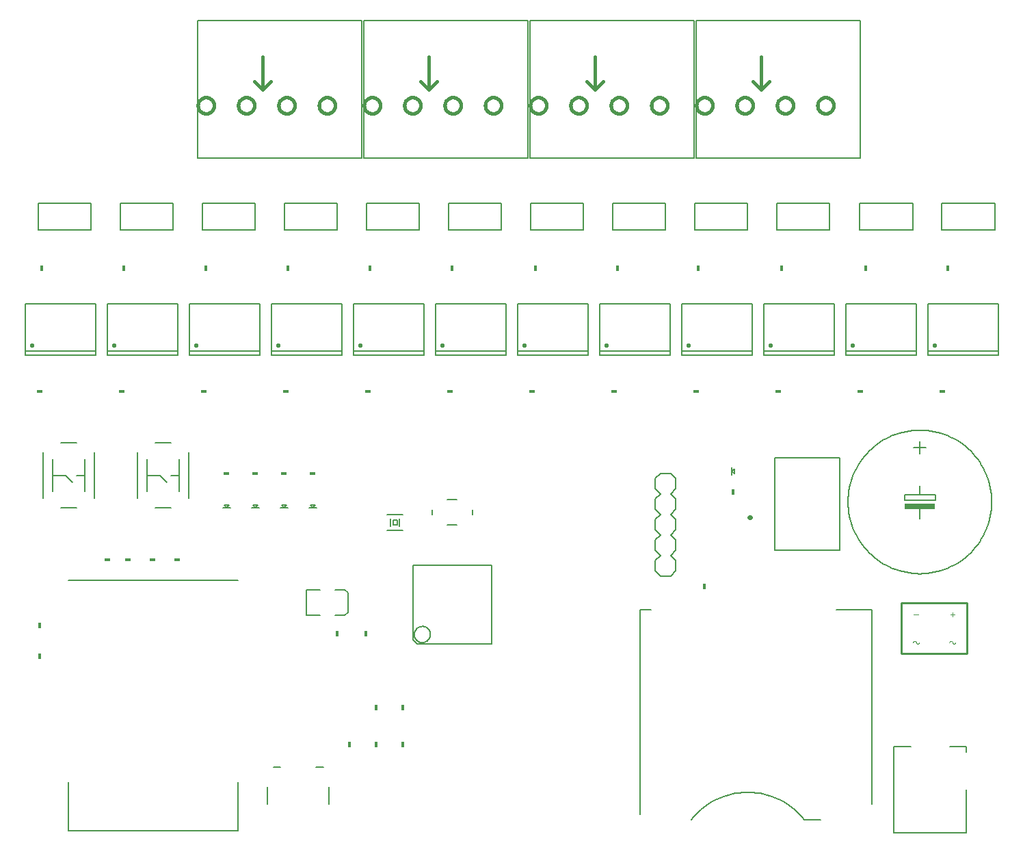
<source format=gto>
G75*
G70*
%OFA0B0*%
%FSLAX24Y24*%
%IPPOS*%
%LPD*%
%AMOC8*
5,1,8,0,0,1.08239X$1,22.5*
%
%ADD10C,0.0060*%
%ADD11C,0.0080*%
%ADD12C,0.0217*%
%ADD13R,0.0180X0.0300*%
%ADD14R,0.0300X0.0180*%
%ADD15C,0.0100*%
%ADD16C,0.0040*%
%ADD17R,0.1500X0.0250*%
%ADD18C,0.0220*%
%ADD19C,0.0050*%
%ADD20C,0.0160*%
D10*
X021606Y012998D02*
X021822Y012781D01*
X025443Y012781D01*
X025443Y016619D01*
X021606Y016619D01*
X021606Y012998D01*
X021674Y013243D02*
X021676Y013282D01*
X021682Y013321D01*
X021692Y013359D01*
X021705Y013396D01*
X021722Y013431D01*
X021742Y013465D01*
X021766Y013496D01*
X021793Y013525D01*
X021822Y013551D01*
X021854Y013574D01*
X021888Y013594D01*
X021924Y013610D01*
X021961Y013622D01*
X022000Y013631D01*
X022039Y013636D01*
X022078Y013637D01*
X022117Y013634D01*
X022156Y013627D01*
X022193Y013616D01*
X022230Y013602D01*
X022265Y013584D01*
X022298Y013563D01*
X022329Y013538D01*
X022357Y013511D01*
X022382Y013481D01*
X022404Y013448D01*
X022423Y013414D01*
X022438Y013378D01*
X022450Y013340D01*
X022458Y013302D01*
X022462Y013263D01*
X022462Y013223D01*
X022458Y013184D01*
X022450Y013146D01*
X022438Y013108D01*
X022423Y013072D01*
X022404Y013038D01*
X022382Y013005D01*
X022357Y012975D01*
X022329Y012948D01*
X022298Y012923D01*
X022265Y012902D01*
X022230Y012884D01*
X022193Y012870D01*
X022156Y012859D01*
X022117Y012852D01*
X022078Y012849D01*
X022039Y012850D01*
X022000Y012855D01*
X021961Y012864D01*
X021924Y012876D01*
X021888Y012892D01*
X021854Y012912D01*
X021822Y012935D01*
X021793Y012961D01*
X021766Y012990D01*
X021742Y013021D01*
X021722Y013055D01*
X021705Y013090D01*
X021692Y013127D01*
X021682Y013165D01*
X021676Y013204D01*
X021674Y013243D01*
X022141Y026848D02*
X018698Y026848D01*
X018698Y029352D01*
X022141Y029352D01*
X022141Y027051D01*
X018737Y027051D01*
X018141Y027051D02*
X014737Y027051D01*
X014698Y026848D02*
X014698Y029352D01*
X018141Y029352D01*
X018141Y027051D01*
X018141Y026848D01*
X014698Y026848D01*
X014141Y026848D02*
X010698Y026848D01*
X010698Y029352D01*
X014141Y029352D01*
X014141Y027051D01*
X010737Y027051D01*
X010141Y027051D02*
X006737Y027051D01*
X006698Y026848D02*
X006698Y029352D01*
X010141Y029352D01*
X010141Y027051D01*
X010141Y026848D01*
X006698Y026848D01*
X006141Y026848D02*
X002698Y026848D01*
X002698Y029352D01*
X006141Y029352D01*
X006141Y027051D01*
X002737Y027051D01*
X006141Y027051D02*
X006141Y026848D01*
X014141Y026848D02*
X014141Y027051D01*
X022141Y027051D02*
X022141Y026848D01*
X022698Y026848D02*
X022698Y029352D01*
X026141Y029352D01*
X026141Y027051D01*
X022737Y027051D01*
X022698Y026848D02*
X026141Y026848D01*
X026141Y027051D01*
X026698Y026848D02*
X026698Y029352D01*
X030141Y029352D01*
X030141Y027051D01*
X026737Y027051D01*
X026698Y026848D02*
X030141Y026848D01*
X030141Y027051D01*
X030698Y026848D02*
X030698Y029352D01*
X034141Y029352D01*
X034141Y027051D01*
X030737Y027051D01*
X030698Y026848D02*
X034141Y026848D01*
X034141Y027051D01*
X034698Y026848D02*
X034698Y029352D01*
X038141Y029352D01*
X038141Y027051D01*
X034737Y027051D01*
X034698Y026848D02*
X038141Y026848D01*
X038141Y027051D01*
X038698Y026848D02*
X038698Y029352D01*
X042141Y029352D01*
X042141Y027051D01*
X038737Y027051D01*
X038698Y026848D02*
X042141Y026848D01*
X042141Y027051D01*
X042698Y026848D02*
X042698Y029352D01*
X046141Y029352D01*
X046141Y027051D01*
X042737Y027051D01*
X042698Y026848D02*
X046141Y026848D01*
X046141Y027051D01*
X046698Y026848D02*
X046698Y029352D01*
X050141Y029352D01*
X050141Y027051D01*
X046737Y027051D01*
X046698Y026848D02*
X050141Y026848D01*
X050141Y027051D01*
X046324Y022650D02*
X046324Y022050D01*
X046024Y022350D02*
X046624Y022350D01*
X046324Y020500D02*
X046324Y020050D01*
X045574Y020050D01*
X045574Y019800D01*
X047074Y019800D01*
X047074Y020050D01*
X046324Y020050D01*
X042824Y019700D02*
X042828Y019872D01*
X042841Y020043D01*
X042862Y020214D01*
X042891Y020383D01*
X042929Y020550D01*
X042975Y020716D01*
X043029Y020879D01*
X043090Y021039D01*
X043160Y021196D01*
X043237Y021350D01*
X043322Y021499D01*
X043414Y021644D01*
X043513Y021785D01*
X043618Y021920D01*
X043731Y022050D01*
X043849Y022175D01*
X043974Y022293D01*
X044104Y022406D01*
X044239Y022511D01*
X044380Y022610D01*
X044525Y022702D01*
X044674Y022787D01*
X044828Y022864D01*
X044985Y022934D01*
X045145Y022995D01*
X045308Y023049D01*
X045474Y023095D01*
X045641Y023133D01*
X045810Y023162D01*
X045981Y023183D01*
X046152Y023196D01*
X046324Y023200D01*
X046496Y023196D01*
X046667Y023183D01*
X046838Y023162D01*
X047007Y023133D01*
X047174Y023095D01*
X047340Y023049D01*
X047503Y022995D01*
X047663Y022934D01*
X047820Y022864D01*
X047974Y022787D01*
X048123Y022702D01*
X048268Y022610D01*
X048409Y022511D01*
X048544Y022406D01*
X048674Y022293D01*
X048799Y022175D01*
X048917Y022050D01*
X049030Y021920D01*
X049135Y021785D01*
X049234Y021644D01*
X049326Y021499D01*
X049411Y021350D01*
X049488Y021196D01*
X049558Y021039D01*
X049619Y020879D01*
X049673Y020716D01*
X049719Y020550D01*
X049757Y020383D01*
X049786Y020214D01*
X049807Y020043D01*
X049820Y019872D01*
X049824Y019700D01*
X049820Y019528D01*
X049807Y019357D01*
X049786Y019186D01*
X049757Y019017D01*
X049719Y018850D01*
X049673Y018684D01*
X049619Y018521D01*
X049558Y018361D01*
X049488Y018204D01*
X049411Y018050D01*
X049326Y017901D01*
X049234Y017756D01*
X049135Y017615D01*
X049030Y017480D01*
X048917Y017350D01*
X048799Y017225D01*
X048674Y017107D01*
X048544Y016994D01*
X048409Y016889D01*
X048268Y016790D01*
X048123Y016698D01*
X047974Y016613D01*
X047820Y016536D01*
X047663Y016466D01*
X047503Y016405D01*
X047340Y016351D01*
X047174Y016305D01*
X047007Y016267D01*
X046838Y016238D01*
X046667Y016217D01*
X046496Y016204D01*
X046324Y016200D01*
X046152Y016204D01*
X045981Y016217D01*
X045810Y016238D01*
X045641Y016267D01*
X045474Y016305D01*
X045308Y016351D01*
X045145Y016405D01*
X044985Y016466D01*
X044828Y016536D01*
X044674Y016613D01*
X044525Y016698D01*
X044380Y016790D01*
X044239Y016889D01*
X044104Y016994D01*
X043974Y017107D01*
X043849Y017225D01*
X043731Y017350D01*
X043618Y017480D01*
X043513Y017615D01*
X043414Y017756D01*
X043322Y017901D01*
X043237Y018050D01*
X043160Y018204D01*
X043090Y018361D01*
X043029Y018521D01*
X042975Y018684D01*
X042929Y018850D01*
X042891Y019017D01*
X042862Y019186D01*
X042841Y019357D01*
X042828Y019528D01*
X042824Y019700D01*
X046324Y019450D02*
X046324Y018900D01*
D11*
X004824Y006057D02*
X004824Y003695D01*
X013092Y003695D01*
X013092Y006057D01*
X014528Y005815D02*
X014528Y004988D01*
X014804Y006799D02*
X015158Y006799D01*
X016891Y006799D02*
X017245Y006799D01*
X017520Y005815D02*
X017520Y004988D01*
X017070Y014170D02*
X016401Y014170D01*
X016401Y015410D01*
X017070Y015410D01*
X017818Y015410D02*
X018291Y015410D01*
X018448Y015292D01*
X018448Y014328D01*
X018291Y014190D01*
X017818Y014190D01*
X013092Y015900D02*
X004824Y015900D01*
X012343Y019433D02*
X012524Y019433D01*
X012402Y019555D01*
X012650Y019555D01*
X012524Y019429D01*
X012524Y019433D02*
X012706Y019433D01*
X013743Y019433D02*
X013924Y019433D01*
X013802Y019555D01*
X014050Y019555D01*
X013924Y019429D01*
X013924Y019433D02*
X014106Y019433D01*
X015143Y019433D02*
X015324Y019433D01*
X015202Y019555D01*
X015450Y019555D01*
X015324Y019429D01*
X015324Y019433D02*
X015506Y019433D01*
X016543Y019433D02*
X016724Y019433D01*
X016602Y019555D01*
X016850Y019555D01*
X016724Y019429D01*
X016724Y019433D02*
X016906Y019433D01*
X022540Y019318D02*
X022540Y019082D01*
X023288Y018570D02*
X023761Y018570D01*
X024509Y019082D02*
X024509Y019318D01*
X023761Y019830D02*
X023288Y019830D01*
X033424Y019850D02*
X033424Y019350D01*
X033674Y019100D01*
X033424Y018850D01*
X033424Y018350D01*
X033674Y018100D01*
X033424Y017850D01*
X033424Y017350D01*
X033674Y017100D01*
X033424Y016850D01*
X033424Y016350D01*
X033674Y016100D01*
X034174Y016100D01*
X034424Y016350D01*
X034424Y016850D01*
X034174Y017100D01*
X034424Y017350D01*
X034424Y017850D01*
X034174Y018100D01*
X034424Y018350D01*
X034424Y018850D01*
X034174Y019100D01*
X034424Y019350D01*
X034424Y019850D01*
X034174Y020100D01*
X034424Y020350D01*
X034424Y020850D01*
X034174Y021100D01*
X033674Y021100D01*
X033424Y020850D01*
X033424Y020350D01*
X033674Y020100D01*
X033424Y019850D01*
X037157Y021019D02*
X037157Y021200D01*
X037280Y021322D01*
X037280Y021074D01*
X037154Y021200D01*
X037157Y021200D02*
X037157Y021381D01*
X039256Y021844D02*
X042406Y021844D01*
X042406Y017356D01*
X039256Y017356D01*
X039256Y021844D01*
X039334Y032950D02*
X039334Y034250D01*
X041914Y034250D01*
X041914Y032950D01*
X039334Y032950D01*
X037914Y032950D02*
X037914Y034250D01*
X035334Y034250D01*
X035334Y032950D01*
X037914Y032950D01*
X033914Y032950D02*
X031334Y032950D01*
X031334Y034250D01*
X033914Y034250D01*
X033914Y032950D01*
X029914Y032950D02*
X027334Y032950D01*
X027334Y034250D01*
X029914Y034250D01*
X029914Y032950D01*
X025914Y032950D02*
X023334Y032950D01*
X023334Y034250D01*
X025914Y034250D01*
X025914Y032950D01*
X021914Y032950D02*
X019334Y032950D01*
X019334Y034250D01*
X021914Y034250D01*
X021914Y032950D01*
X017914Y032950D02*
X015334Y032950D01*
X015334Y034250D01*
X017914Y034250D01*
X017914Y032950D01*
X013914Y032950D02*
X011334Y032950D01*
X011334Y034250D01*
X013914Y034250D01*
X013914Y032950D01*
X009914Y032950D02*
X007334Y032950D01*
X007334Y034250D01*
X009914Y034250D01*
X009914Y032950D01*
X005914Y032950D02*
X003334Y032950D01*
X003334Y034250D01*
X005914Y034250D01*
X005914Y032950D01*
X043384Y032950D02*
X043384Y034250D01*
X045964Y034250D01*
X045964Y032950D01*
X043384Y032950D01*
X047384Y032950D02*
X047384Y034250D01*
X049964Y034250D01*
X049964Y032950D01*
X047384Y032950D01*
X047769Y007794D02*
X048596Y007794D01*
X048596Y007518D01*
X048596Y005668D02*
X048596Y003581D01*
X045053Y003581D01*
X045053Y007794D01*
X045880Y007794D01*
D12*
X047046Y027313D03*
X043046Y027313D03*
X039046Y027313D03*
X035046Y027313D03*
X031046Y027313D03*
X027046Y027313D03*
X023046Y027313D03*
X019046Y027313D03*
X015046Y027313D03*
X011046Y027313D03*
X007046Y027313D03*
X003046Y027313D03*
D13*
X003524Y031100D03*
X007524Y031100D03*
X011524Y031100D03*
X015524Y031100D03*
X019524Y031100D03*
X023524Y031100D03*
X027574Y031100D03*
X031574Y031100D03*
X035524Y031100D03*
X039574Y031100D03*
X043674Y031100D03*
X047674Y031100D03*
X037224Y020200D03*
X035824Y015600D03*
X021124Y009700D03*
X019824Y009700D03*
X019824Y007900D03*
X018524Y007900D03*
X021124Y007900D03*
X019324Y013300D03*
X017924Y013300D03*
X003424Y013700D03*
X003424Y012200D03*
D14*
X006724Y016900D03*
X007724Y016900D03*
X008924Y016900D03*
X010124Y016900D03*
X012524Y021100D03*
X013924Y021100D03*
X015324Y021100D03*
X016724Y021100D03*
X015424Y025100D03*
X011424Y025100D03*
X007424Y025100D03*
X003424Y025100D03*
X019424Y025100D03*
X023424Y025100D03*
X027424Y025100D03*
X031424Y025100D03*
X035424Y025100D03*
X039424Y025100D03*
X043424Y025100D03*
X047424Y025100D03*
D15*
X048619Y014770D02*
X045430Y014770D01*
X045430Y012330D01*
X048619Y012330D01*
X048619Y014770D01*
D16*
X047920Y014308D02*
X047920Y014101D01*
X048028Y014209D02*
X047812Y014209D01*
X047762Y012861D02*
X047765Y012877D01*
X047771Y012891D01*
X047780Y012904D01*
X047792Y012915D01*
X047805Y012923D01*
X047820Y012928D01*
X047836Y012930D01*
X047852Y012928D01*
X047867Y012923D01*
X047880Y012915D01*
X047892Y012904D01*
X047901Y012891D01*
X047907Y012877D01*
X047910Y012861D01*
X047913Y012845D01*
X047919Y012831D01*
X047928Y012818D01*
X047940Y012807D01*
X047953Y012799D01*
X047968Y012794D01*
X047984Y012792D01*
X048000Y012794D01*
X048015Y012799D01*
X048028Y012807D01*
X048040Y012818D01*
X048049Y012831D01*
X048055Y012845D01*
X048058Y012861D01*
X046286Y012861D02*
X046283Y012845D01*
X046277Y012831D01*
X046268Y012818D01*
X046256Y012807D01*
X046243Y012799D01*
X046228Y012794D01*
X046212Y012792D01*
X046196Y012794D01*
X046181Y012799D01*
X046168Y012807D01*
X046156Y012818D01*
X046147Y012831D01*
X046141Y012845D01*
X046138Y012861D01*
X046139Y012861D02*
X046136Y012877D01*
X046130Y012891D01*
X046121Y012904D01*
X046109Y012915D01*
X046096Y012923D01*
X046081Y012928D01*
X046065Y012930D01*
X046049Y012928D01*
X046034Y012923D01*
X046021Y012915D01*
X046009Y012904D01*
X046000Y012891D01*
X045994Y012877D01*
X045991Y012861D01*
X046024Y014209D02*
X046241Y014209D01*
D17*
X046324Y019475D03*
D18*
X038036Y018950D02*
X038012Y018950D01*
D19*
X042261Y014455D02*
X043980Y014455D01*
X043980Y014416D02*
X043980Y004969D01*
X041474Y004219D02*
X040687Y004219D01*
X040578Y004352D01*
X040462Y004478D01*
X040341Y004599D01*
X040214Y004714D01*
X040081Y004822D01*
X039943Y004924D01*
X039800Y005019D01*
X039653Y005107D01*
X039502Y005187D01*
X039347Y005260D01*
X039188Y005326D01*
X039027Y005383D01*
X038863Y005433D01*
X038696Y005474D01*
X038528Y005508D01*
X038359Y005533D01*
X038188Y005550D01*
X038017Y005558D01*
X037845Y005558D01*
X037674Y005550D01*
X037503Y005533D01*
X037334Y005508D01*
X037166Y005474D01*
X036999Y005433D01*
X036835Y005383D01*
X036674Y005326D01*
X036515Y005260D01*
X036360Y005187D01*
X036209Y005107D01*
X036062Y005019D01*
X035919Y004924D01*
X035781Y004822D01*
X035648Y004714D01*
X035521Y004599D01*
X035400Y004478D01*
X035284Y004352D01*
X035175Y004219D01*
X032669Y004469D02*
X032669Y014416D01*
X032669Y014455D02*
X033206Y014455D01*
X021118Y018306D02*
X020331Y018306D01*
X020528Y018503D02*
X020528Y018897D01*
X020646Y018818D02*
X020843Y018818D01*
X020843Y018582D01*
X020646Y018582D01*
X020646Y018818D01*
X020961Y018897D02*
X020961Y018503D01*
X021118Y019094D02*
X020331Y019094D01*
X010665Y019898D02*
X010665Y022102D01*
X010212Y021787D02*
X010212Y020213D01*
X009621Y020646D02*
X009267Y021000D01*
X008637Y021000D01*
X008637Y020213D01*
X008184Y019898D02*
X008184Y022102D01*
X008637Y021787D02*
X008637Y021000D01*
X009818Y021000D02*
X010212Y021000D01*
X009818Y019425D02*
X009031Y019425D01*
X006065Y019898D02*
X006065Y022102D01*
X005612Y021787D02*
X005612Y020213D01*
X005021Y020646D02*
X004667Y021000D01*
X004037Y021000D01*
X004037Y020213D01*
X003584Y019898D02*
X003584Y022102D01*
X004037Y021787D02*
X004037Y021000D01*
X005218Y021000D02*
X005612Y021000D01*
X005218Y019425D02*
X004431Y019425D01*
X004431Y022575D02*
X005218Y022575D01*
X009031Y022575D02*
X009818Y022575D01*
X011124Y036461D02*
X011124Y043139D01*
X019124Y043139D01*
X019124Y036461D01*
X011124Y036461D01*
X019224Y036461D02*
X019224Y043139D01*
X027224Y043139D01*
X027224Y036461D01*
X019224Y036461D01*
X027324Y036461D02*
X027324Y043139D01*
X035324Y043139D01*
X035324Y036461D01*
X027324Y036461D01*
X035424Y036461D02*
X035424Y043139D01*
X043424Y043139D01*
X043424Y036461D01*
X035424Y036461D01*
D20*
X035424Y039013D02*
X035426Y039052D01*
X035432Y039091D01*
X035442Y039129D01*
X035455Y039166D01*
X035472Y039201D01*
X035492Y039235D01*
X035516Y039266D01*
X035543Y039295D01*
X035572Y039321D01*
X035604Y039344D01*
X035638Y039364D01*
X035674Y039380D01*
X035711Y039392D01*
X035750Y039401D01*
X035789Y039406D01*
X035828Y039407D01*
X035867Y039404D01*
X035906Y039397D01*
X035943Y039386D01*
X035980Y039372D01*
X036015Y039354D01*
X036048Y039333D01*
X036079Y039308D01*
X036107Y039281D01*
X036132Y039251D01*
X036154Y039218D01*
X036173Y039184D01*
X036188Y039148D01*
X036200Y039110D01*
X036208Y039072D01*
X036212Y039033D01*
X036212Y038993D01*
X036208Y038954D01*
X036200Y038916D01*
X036188Y038878D01*
X036173Y038842D01*
X036154Y038808D01*
X036132Y038775D01*
X036107Y038745D01*
X036079Y038718D01*
X036048Y038693D01*
X036015Y038672D01*
X035980Y038654D01*
X035943Y038640D01*
X035906Y038629D01*
X035867Y038622D01*
X035828Y038619D01*
X035789Y038620D01*
X035750Y038625D01*
X035711Y038634D01*
X035674Y038646D01*
X035638Y038662D01*
X035604Y038682D01*
X035572Y038705D01*
X035543Y038731D01*
X035516Y038760D01*
X035492Y038791D01*
X035472Y038825D01*
X035455Y038860D01*
X035442Y038897D01*
X035432Y038935D01*
X035426Y038974D01*
X035424Y039013D01*
X033230Y039013D02*
X033232Y039052D01*
X033238Y039091D01*
X033248Y039129D01*
X033261Y039166D01*
X033278Y039201D01*
X033298Y039235D01*
X033322Y039266D01*
X033349Y039295D01*
X033378Y039321D01*
X033410Y039344D01*
X033444Y039364D01*
X033480Y039380D01*
X033517Y039392D01*
X033556Y039401D01*
X033595Y039406D01*
X033634Y039407D01*
X033673Y039404D01*
X033712Y039397D01*
X033749Y039386D01*
X033786Y039372D01*
X033821Y039354D01*
X033854Y039333D01*
X033885Y039308D01*
X033913Y039281D01*
X033938Y039251D01*
X033960Y039218D01*
X033979Y039184D01*
X033994Y039148D01*
X034006Y039110D01*
X034014Y039072D01*
X034018Y039033D01*
X034018Y038993D01*
X034014Y038954D01*
X034006Y038916D01*
X033994Y038878D01*
X033979Y038842D01*
X033960Y038808D01*
X033938Y038775D01*
X033913Y038745D01*
X033885Y038718D01*
X033854Y038693D01*
X033821Y038672D01*
X033786Y038654D01*
X033749Y038640D01*
X033712Y038629D01*
X033673Y038622D01*
X033634Y038619D01*
X033595Y038620D01*
X033556Y038625D01*
X033517Y038634D01*
X033480Y038646D01*
X033444Y038662D01*
X033410Y038682D01*
X033378Y038705D01*
X033349Y038731D01*
X033322Y038760D01*
X033298Y038791D01*
X033278Y038825D01*
X033261Y038860D01*
X033248Y038897D01*
X033238Y038935D01*
X033232Y038974D01*
X033230Y039013D01*
X031261Y039013D02*
X031263Y039052D01*
X031269Y039091D01*
X031279Y039129D01*
X031292Y039166D01*
X031309Y039201D01*
X031329Y039235D01*
X031353Y039266D01*
X031380Y039295D01*
X031409Y039321D01*
X031441Y039344D01*
X031475Y039364D01*
X031511Y039380D01*
X031548Y039392D01*
X031587Y039401D01*
X031626Y039406D01*
X031665Y039407D01*
X031704Y039404D01*
X031743Y039397D01*
X031780Y039386D01*
X031817Y039372D01*
X031852Y039354D01*
X031885Y039333D01*
X031916Y039308D01*
X031944Y039281D01*
X031969Y039251D01*
X031991Y039218D01*
X032010Y039184D01*
X032025Y039148D01*
X032037Y039110D01*
X032045Y039072D01*
X032049Y039033D01*
X032049Y038993D01*
X032045Y038954D01*
X032037Y038916D01*
X032025Y038878D01*
X032010Y038842D01*
X031991Y038808D01*
X031969Y038775D01*
X031944Y038745D01*
X031916Y038718D01*
X031885Y038693D01*
X031852Y038672D01*
X031817Y038654D01*
X031780Y038640D01*
X031743Y038629D01*
X031704Y038622D01*
X031665Y038619D01*
X031626Y038620D01*
X031587Y038625D01*
X031548Y038634D01*
X031511Y038646D01*
X031475Y038662D01*
X031441Y038682D01*
X031409Y038705D01*
X031380Y038731D01*
X031353Y038760D01*
X031329Y038791D01*
X031309Y038825D01*
X031292Y038860D01*
X031279Y038897D01*
X031269Y038935D01*
X031263Y038974D01*
X031261Y039013D01*
X030474Y039800D02*
X030868Y040194D01*
X030474Y039800D02*
X030080Y040194D01*
X030474Y039800D02*
X030474Y041375D01*
X029293Y039013D02*
X029295Y039052D01*
X029301Y039091D01*
X029311Y039129D01*
X029324Y039166D01*
X029341Y039201D01*
X029361Y039235D01*
X029385Y039266D01*
X029412Y039295D01*
X029441Y039321D01*
X029473Y039344D01*
X029507Y039364D01*
X029543Y039380D01*
X029580Y039392D01*
X029619Y039401D01*
X029658Y039406D01*
X029697Y039407D01*
X029736Y039404D01*
X029775Y039397D01*
X029812Y039386D01*
X029849Y039372D01*
X029884Y039354D01*
X029917Y039333D01*
X029948Y039308D01*
X029976Y039281D01*
X030001Y039251D01*
X030023Y039218D01*
X030042Y039184D01*
X030057Y039148D01*
X030069Y039110D01*
X030077Y039072D01*
X030081Y039033D01*
X030081Y038993D01*
X030077Y038954D01*
X030069Y038916D01*
X030057Y038878D01*
X030042Y038842D01*
X030023Y038808D01*
X030001Y038775D01*
X029976Y038745D01*
X029948Y038718D01*
X029917Y038693D01*
X029884Y038672D01*
X029849Y038654D01*
X029812Y038640D01*
X029775Y038629D01*
X029736Y038622D01*
X029697Y038619D01*
X029658Y038620D01*
X029619Y038625D01*
X029580Y038634D01*
X029543Y038646D01*
X029507Y038662D01*
X029473Y038682D01*
X029441Y038705D01*
X029412Y038731D01*
X029385Y038760D01*
X029361Y038791D01*
X029341Y038825D01*
X029324Y038860D01*
X029311Y038897D01*
X029301Y038935D01*
X029295Y038974D01*
X029293Y039013D01*
X027324Y039013D02*
X027326Y039052D01*
X027332Y039091D01*
X027342Y039129D01*
X027355Y039166D01*
X027372Y039201D01*
X027392Y039235D01*
X027416Y039266D01*
X027443Y039295D01*
X027472Y039321D01*
X027504Y039344D01*
X027538Y039364D01*
X027574Y039380D01*
X027611Y039392D01*
X027650Y039401D01*
X027689Y039406D01*
X027728Y039407D01*
X027767Y039404D01*
X027806Y039397D01*
X027843Y039386D01*
X027880Y039372D01*
X027915Y039354D01*
X027948Y039333D01*
X027979Y039308D01*
X028007Y039281D01*
X028032Y039251D01*
X028054Y039218D01*
X028073Y039184D01*
X028088Y039148D01*
X028100Y039110D01*
X028108Y039072D01*
X028112Y039033D01*
X028112Y038993D01*
X028108Y038954D01*
X028100Y038916D01*
X028088Y038878D01*
X028073Y038842D01*
X028054Y038808D01*
X028032Y038775D01*
X028007Y038745D01*
X027979Y038718D01*
X027948Y038693D01*
X027915Y038672D01*
X027880Y038654D01*
X027843Y038640D01*
X027806Y038629D01*
X027767Y038622D01*
X027728Y038619D01*
X027689Y038620D01*
X027650Y038625D01*
X027611Y038634D01*
X027574Y038646D01*
X027538Y038662D01*
X027504Y038682D01*
X027472Y038705D01*
X027443Y038731D01*
X027416Y038760D01*
X027392Y038791D01*
X027372Y038825D01*
X027355Y038860D01*
X027342Y038897D01*
X027332Y038935D01*
X027326Y038974D01*
X027324Y039013D01*
X025130Y039013D02*
X025132Y039052D01*
X025138Y039091D01*
X025148Y039129D01*
X025161Y039166D01*
X025178Y039201D01*
X025198Y039235D01*
X025222Y039266D01*
X025249Y039295D01*
X025278Y039321D01*
X025310Y039344D01*
X025344Y039364D01*
X025380Y039380D01*
X025417Y039392D01*
X025456Y039401D01*
X025495Y039406D01*
X025534Y039407D01*
X025573Y039404D01*
X025612Y039397D01*
X025649Y039386D01*
X025686Y039372D01*
X025721Y039354D01*
X025754Y039333D01*
X025785Y039308D01*
X025813Y039281D01*
X025838Y039251D01*
X025860Y039218D01*
X025879Y039184D01*
X025894Y039148D01*
X025906Y039110D01*
X025914Y039072D01*
X025918Y039033D01*
X025918Y038993D01*
X025914Y038954D01*
X025906Y038916D01*
X025894Y038878D01*
X025879Y038842D01*
X025860Y038808D01*
X025838Y038775D01*
X025813Y038745D01*
X025785Y038718D01*
X025754Y038693D01*
X025721Y038672D01*
X025686Y038654D01*
X025649Y038640D01*
X025612Y038629D01*
X025573Y038622D01*
X025534Y038619D01*
X025495Y038620D01*
X025456Y038625D01*
X025417Y038634D01*
X025380Y038646D01*
X025344Y038662D01*
X025310Y038682D01*
X025278Y038705D01*
X025249Y038731D01*
X025222Y038760D01*
X025198Y038791D01*
X025178Y038825D01*
X025161Y038860D01*
X025148Y038897D01*
X025138Y038935D01*
X025132Y038974D01*
X025130Y039013D01*
X023161Y039013D02*
X023163Y039052D01*
X023169Y039091D01*
X023179Y039129D01*
X023192Y039166D01*
X023209Y039201D01*
X023229Y039235D01*
X023253Y039266D01*
X023280Y039295D01*
X023309Y039321D01*
X023341Y039344D01*
X023375Y039364D01*
X023411Y039380D01*
X023448Y039392D01*
X023487Y039401D01*
X023526Y039406D01*
X023565Y039407D01*
X023604Y039404D01*
X023643Y039397D01*
X023680Y039386D01*
X023717Y039372D01*
X023752Y039354D01*
X023785Y039333D01*
X023816Y039308D01*
X023844Y039281D01*
X023869Y039251D01*
X023891Y039218D01*
X023910Y039184D01*
X023925Y039148D01*
X023937Y039110D01*
X023945Y039072D01*
X023949Y039033D01*
X023949Y038993D01*
X023945Y038954D01*
X023937Y038916D01*
X023925Y038878D01*
X023910Y038842D01*
X023891Y038808D01*
X023869Y038775D01*
X023844Y038745D01*
X023816Y038718D01*
X023785Y038693D01*
X023752Y038672D01*
X023717Y038654D01*
X023680Y038640D01*
X023643Y038629D01*
X023604Y038622D01*
X023565Y038619D01*
X023526Y038620D01*
X023487Y038625D01*
X023448Y038634D01*
X023411Y038646D01*
X023375Y038662D01*
X023341Y038682D01*
X023309Y038705D01*
X023280Y038731D01*
X023253Y038760D01*
X023229Y038791D01*
X023209Y038825D01*
X023192Y038860D01*
X023179Y038897D01*
X023169Y038935D01*
X023163Y038974D01*
X023161Y039013D01*
X022374Y039800D02*
X022768Y040194D01*
X022374Y039800D02*
X021980Y040194D01*
X022374Y039800D02*
X022374Y041375D01*
X021193Y039013D02*
X021195Y039052D01*
X021201Y039091D01*
X021211Y039129D01*
X021224Y039166D01*
X021241Y039201D01*
X021261Y039235D01*
X021285Y039266D01*
X021312Y039295D01*
X021341Y039321D01*
X021373Y039344D01*
X021407Y039364D01*
X021443Y039380D01*
X021480Y039392D01*
X021519Y039401D01*
X021558Y039406D01*
X021597Y039407D01*
X021636Y039404D01*
X021675Y039397D01*
X021712Y039386D01*
X021749Y039372D01*
X021784Y039354D01*
X021817Y039333D01*
X021848Y039308D01*
X021876Y039281D01*
X021901Y039251D01*
X021923Y039218D01*
X021942Y039184D01*
X021957Y039148D01*
X021969Y039110D01*
X021977Y039072D01*
X021981Y039033D01*
X021981Y038993D01*
X021977Y038954D01*
X021969Y038916D01*
X021957Y038878D01*
X021942Y038842D01*
X021923Y038808D01*
X021901Y038775D01*
X021876Y038745D01*
X021848Y038718D01*
X021817Y038693D01*
X021784Y038672D01*
X021749Y038654D01*
X021712Y038640D01*
X021675Y038629D01*
X021636Y038622D01*
X021597Y038619D01*
X021558Y038620D01*
X021519Y038625D01*
X021480Y038634D01*
X021443Y038646D01*
X021407Y038662D01*
X021373Y038682D01*
X021341Y038705D01*
X021312Y038731D01*
X021285Y038760D01*
X021261Y038791D01*
X021241Y038825D01*
X021224Y038860D01*
X021211Y038897D01*
X021201Y038935D01*
X021195Y038974D01*
X021193Y039013D01*
X019224Y039013D02*
X019226Y039052D01*
X019232Y039091D01*
X019242Y039129D01*
X019255Y039166D01*
X019272Y039201D01*
X019292Y039235D01*
X019316Y039266D01*
X019343Y039295D01*
X019372Y039321D01*
X019404Y039344D01*
X019438Y039364D01*
X019474Y039380D01*
X019511Y039392D01*
X019550Y039401D01*
X019589Y039406D01*
X019628Y039407D01*
X019667Y039404D01*
X019706Y039397D01*
X019743Y039386D01*
X019780Y039372D01*
X019815Y039354D01*
X019848Y039333D01*
X019879Y039308D01*
X019907Y039281D01*
X019932Y039251D01*
X019954Y039218D01*
X019973Y039184D01*
X019988Y039148D01*
X020000Y039110D01*
X020008Y039072D01*
X020012Y039033D01*
X020012Y038993D01*
X020008Y038954D01*
X020000Y038916D01*
X019988Y038878D01*
X019973Y038842D01*
X019954Y038808D01*
X019932Y038775D01*
X019907Y038745D01*
X019879Y038718D01*
X019848Y038693D01*
X019815Y038672D01*
X019780Y038654D01*
X019743Y038640D01*
X019706Y038629D01*
X019667Y038622D01*
X019628Y038619D01*
X019589Y038620D01*
X019550Y038625D01*
X019511Y038634D01*
X019474Y038646D01*
X019438Y038662D01*
X019404Y038682D01*
X019372Y038705D01*
X019343Y038731D01*
X019316Y038760D01*
X019292Y038791D01*
X019272Y038825D01*
X019255Y038860D01*
X019242Y038897D01*
X019232Y038935D01*
X019226Y038974D01*
X019224Y039013D01*
X017030Y039013D02*
X017032Y039052D01*
X017038Y039091D01*
X017048Y039129D01*
X017061Y039166D01*
X017078Y039201D01*
X017098Y039235D01*
X017122Y039266D01*
X017149Y039295D01*
X017178Y039321D01*
X017210Y039344D01*
X017244Y039364D01*
X017280Y039380D01*
X017317Y039392D01*
X017356Y039401D01*
X017395Y039406D01*
X017434Y039407D01*
X017473Y039404D01*
X017512Y039397D01*
X017549Y039386D01*
X017586Y039372D01*
X017621Y039354D01*
X017654Y039333D01*
X017685Y039308D01*
X017713Y039281D01*
X017738Y039251D01*
X017760Y039218D01*
X017779Y039184D01*
X017794Y039148D01*
X017806Y039110D01*
X017814Y039072D01*
X017818Y039033D01*
X017818Y038993D01*
X017814Y038954D01*
X017806Y038916D01*
X017794Y038878D01*
X017779Y038842D01*
X017760Y038808D01*
X017738Y038775D01*
X017713Y038745D01*
X017685Y038718D01*
X017654Y038693D01*
X017621Y038672D01*
X017586Y038654D01*
X017549Y038640D01*
X017512Y038629D01*
X017473Y038622D01*
X017434Y038619D01*
X017395Y038620D01*
X017356Y038625D01*
X017317Y038634D01*
X017280Y038646D01*
X017244Y038662D01*
X017210Y038682D01*
X017178Y038705D01*
X017149Y038731D01*
X017122Y038760D01*
X017098Y038791D01*
X017078Y038825D01*
X017061Y038860D01*
X017048Y038897D01*
X017038Y038935D01*
X017032Y038974D01*
X017030Y039013D01*
X015061Y039013D02*
X015063Y039052D01*
X015069Y039091D01*
X015079Y039129D01*
X015092Y039166D01*
X015109Y039201D01*
X015129Y039235D01*
X015153Y039266D01*
X015180Y039295D01*
X015209Y039321D01*
X015241Y039344D01*
X015275Y039364D01*
X015311Y039380D01*
X015348Y039392D01*
X015387Y039401D01*
X015426Y039406D01*
X015465Y039407D01*
X015504Y039404D01*
X015543Y039397D01*
X015580Y039386D01*
X015617Y039372D01*
X015652Y039354D01*
X015685Y039333D01*
X015716Y039308D01*
X015744Y039281D01*
X015769Y039251D01*
X015791Y039218D01*
X015810Y039184D01*
X015825Y039148D01*
X015837Y039110D01*
X015845Y039072D01*
X015849Y039033D01*
X015849Y038993D01*
X015845Y038954D01*
X015837Y038916D01*
X015825Y038878D01*
X015810Y038842D01*
X015791Y038808D01*
X015769Y038775D01*
X015744Y038745D01*
X015716Y038718D01*
X015685Y038693D01*
X015652Y038672D01*
X015617Y038654D01*
X015580Y038640D01*
X015543Y038629D01*
X015504Y038622D01*
X015465Y038619D01*
X015426Y038620D01*
X015387Y038625D01*
X015348Y038634D01*
X015311Y038646D01*
X015275Y038662D01*
X015241Y038682D01*
X015209Y038705D01*
X015180Y038731D01*
X015153Y038760D01*
X015129Y038791D01*
X015109Y038825D01*
X015092Y038860D01*
X015079Y038897D01*
X015069Y038935D01*
X015063Y038974D01*
X015061Y039013D01*
X014274Y039800D02*
X014668Y040194D01*
X014274Y039800D02*
X013880Y040194D01*
X014274Y039800D02*
X014274Y041375D01*
X013093Y039013D02*
X013095Y039052D01*
X013101Y039091D01*
X013111Y039129D01*
X013124Y039166D01*
X013141Y039201D01*
X013161Y039235D01*
X013185Y039266D01*
X013212Y039295D01*
X013241Y039321D01*
X013273Y039344D01*
X013307Y039364D01*
X013343Y039380D01*
X013380Y039392D01*
X013419Y039401D01*
X013458Y039406D01*
X013497Y039407D01*
X013536Y039404D01*
X013575Y039397D01*
X013612Y039386D01*
X013649Y039372D01*
X013684Y039354D01*
X013717Y039333D01*
X013748Y039308D01*
X013776Y039281D01*
X013801Y039251D01*
X013823Y039218D01*
X013842Y039184D01*
X013857Y039148D01*
X013869Y039110D01*
X013877Y039072D01*
X013881Y039033D01*
X013881Y038993D01*
X013877Y038954D01*
X013869Y038916D01*
X013857Y038878D01*
X013842Y038842D01*
X013823Y038808D01*
X013801Y038775D01*
X013776Y038745D01*
X013748Y038718D01*
X013717Y038693D01*
X013684Y038672D01*
X013649Y038654D01*
X013612Y038640D01*
X013575Y038629D01*
X013536Y038622D01*
X013497Y038619D01*
X013458Y038620D01*
X013419Y038625D01*
X013380Y038634D01*
X013343Y038646D01*
X013307Y038662D01*
X013273Y038682D01*
X013241Y038705D01*
X013212Y038731D01*
X013185Y038760D01*
X013161Y038791D01*
X013141Y038825D01*
X013124Y038860D01*
X013111Y038897D01*
X013101Y038935D01*
X013095Y038974D01*
X013093Y039013D01*
X011124Y039013D02*
X011126Y039052D01*
X011132Y039091D01*
X011142Y039129D01*
X011155Y039166D01*
X011172Y039201D01*
X011192Y039235D01*
X011216Y039266D01*
X011243Y039295D01*
X011272Y039321D01*
X011304Y039344D01*
X011338Y039364D01*
X011374Y039380D01*
X011411Y039392D01*
X011450Y039401D01*
X011489Y039406D01*
X011528Y039407D01*
X011567Y039404D01*
X011606Y039397D01*
X011643Y039386D01*
X011680Y039372D01*
X011715Y039354D01*
X011748Y039333D01*
X011779Y039308D01*
X011807Y039281D01*
X011832Y039251D01*
X011854Y039218D01*
X011873Y039184D01*
X011888Y039148D01*
X011900Y039110D01*
X011908Y039072D01*
X011912Y039033D01*
X011912Y038993D01*
X011908Y038954D01*
X011900Y038916D01*
X011888Y038878D01*
X011873Y038842D01*
X011854Y038808D01*
X011832Y038775D01*
X011807Y038745D01*
X011779Y038718D01*
X011748Y038693D01*
X011715Y038672D01*
X011680Y038654D01*
X011643Y038640D01*
X011606Y038629D01*
X011567Y038622D01*
X011528Y038619D01*
X011489Y038620D01*
X011450Y038625D01*
X011411Y038634D01*
X011374Y038646D01*
X011338Y038662D01*
X011304Y038682D01*
X011272Y038705D01*
X011243Y038731D01*
X011216Y038760D01*
X011192Y038791D01*
X011172Y038825D01*
X011155Y038860D01*
X011142Y038897D01*
X011132Y038935D01*
X011126Y038974D01*
X011124Y039013D01*
X037393Y039013D02*
X037395Y039052D01*
X037401Y039091D01*
X037411Y039129D01*
X037424Y039166D01*
X037441Y039201D01*
X037461Y039235D01*
X037485Y039266D01*
X037512Y039295D01*
X037541Y039321D01*
X037573Y039344D01*
X037607Y039364D01*
X037643Y039380D01*
X037680Y039392D01*
X037719Y039401D01*
X037758Y039406D01*
X037797Y039407D01*
X037836Y039404D01*
X037875Y039397D01*
X037912Y039386D01*
X037949Y039372D01*
X037984Y039354D01*
X038017Y039333D01*
X038048Y039308D01*
X038076Y039281D01*
X038101Y039251D01*
X038123Y039218D01*
X038142Y039184D01*
X038157Y039148D01*
X038169Y039110D01*
X038177Y039072D01*
X038181Y039033D01*
X038181Y038993D01*
X038177Y038954D01*
X038169Y038916D01*
X038157Y038878D01*
X038142Y038842D01*
X038123Y038808D01*
X038101Y038775D01*
X038076Y038745D01*
X038048Y038718D01*
X038017Y038693D01*
X037984Y038672D01*
X037949Y038654D01*
X037912Y038640D01*
X037875Y038629D01*
X037836Y038622D01*
X037797Y038619D01*
X037758Y038620D01*
X037719Y038625D01*
X037680Y038634D01*
X037643Y038646D01*
X037607Y038662D01*
X037573Y038682D01*
X037541Y038705D01*
X037512Y038731D01*
X037485Y038760D01*
X037461Y038791D01*
X037441Y038825D01*
X037424Y038860D01*
X037411Y038897D01*
X037401Y038935D01*
X037395Y038974D01*
X037393Y039013D01*
X038180Y040194D02*
X038574Y039800D01*
X038968Y040194D01*
X038574Y039800D02*
X038574Y041375D01*
X039361Y039013D02*
X039363Y039052D01*
X039369Y039091D01*
X039379Y039129D01*
X039392Y039166D01*
X039409Y039201D01*
X039429Y039235D01*
X039453Y039266D01*
X039480Y039295D01*
X039509Y039321D01*
X039541Y039344D01*
X039575Y039364D01*
X039611Y039380D01*
X039648Y039392D01*
X039687Y039401D01*
X039726Y039406D01*
X039765Y039407D01*
X039804Y039404D01*
X039843Y039397D01*
X039880Y039386D01*
X039917Y039372D01*
X039952Y039354D01*
X039985Y039333D01*
X040016Y039308D01*
X040044Y039281D01*
X040069Y039251D01*
X040091Y039218D01*
X040110Y039184D01*
X040125Y039148D01*
X040137Y039110D01*
X040145Y039072D01*
X040149Y039033D01*
X040149Y038993D01*
X040145Y038954D01*
X040137Y038916D01*
X040125Y038878D01*
X040110Y038842D01*
X040091Y038808D01*
X040069Y038775D01*
X040044Y038745D01*
X040016Y038718D01*
X039985Y038693D01*
X039952Y038672D01*
X039917Y038654D01*
X039880Y038640D01*
X039843Y038629D01*
X039804Y038622D01*
X039765Y038619D01*
X039726Y038620D01*
X039687Y038625D01*
X039648Y038634D01*
X039611Y038646D01*
X039575Y038662D01*
X039541Y038682D01*
X039509Y038705D01*
X039480Y038731D01*
X039453Y038760D01*
X039429Y038791D01*
X039409Y038825D01*
X039392Y038860D01*
X039379Y038897D01*
X039369Y038935D01*
X039363Y038974D01*
X039361Y039013D01*
X041330Y039013D02*
X041332Y039052D01*
X041338Y039091D01*
X041348Y039129D01*
X041361Y039166D01*
X041378Y039201D01*
X041398Y039235D01*
X041422Y039266D01*
X041449Y039295D01*
X041478Y039321D01*
X041510Y039344D01*
X041544Y039364D01*
X041580Y039380D01*
X041617Y039392D01*
X041656Y039401D01*
X041695Y039406D01*
X041734Y039407D01*
X041773Y039404D01*
X041812Y039397D01*
X041849Y039386D01*
X041886Y039372D01*
X041921Y039354D01*
X041954Y039333D01*
X041985Y039308D01*
X042013Y039281D01*
X042038Y039251D01*
X042060Y039218D01*
X042079Y039184D01*
X042094Y039148D01*
X042106Y039110D01*
X042114Y039072D01*
X042118Y039033D01*
X042118Y038993D01*
X042114Y038954D01*
X042106Y038916D01*
X042094Y038878D01*
X042079Y038842D01*
X042060Y038808D01*
X042038Y038775D01*
X042013Y038745D01*
X041985Y038718D01*
X041954Y038693D01*
X041921Y038672D01*
X041886Y038654D01*
X041849Y038640D01*
X041812Y038629D01*
X041773Y038622D01*
X041734Y038619D01*
X041695Y038620D01*
X041656Y038625D01*
X041617Y038634D01*
X041580Y038646D01*
X041544Y038662D01*
X041510Y038682D01*
X041478Y038705D01*
X041449Y038731D01*
X041422Y038760D01*
X041398Y038791D01*
X041378Y038825D01*
X041361Y038860D01*
X041348Y038897D01*
X041338Y038935D01*
X041332Y038974D01*
X041330Y039013D01*
M02*

</source>
